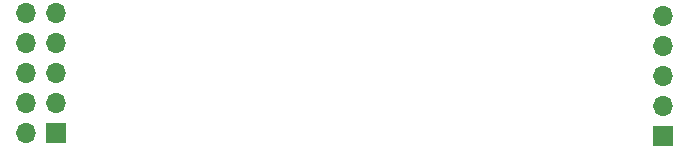
<source format=gbr>
%TF.GenerationSoftware,KiCad,Pcbnew,(7.0.0)*%
%TF.CreationDate,2023-08-02T20:08:49-07:00*%
%TF.ProjectId,SWD_to_v4WF_Cable,5357445f-746f-45f7-9634-57465f436162,rev?*%
%TF.SameCoordinates,Original*%
%TF.FileFunction,Soldermask,Bot*%
%TF.FilePolarity,Negative*%
%FSLAX46Y46*%
G04 Gerber Fmt 4.6, Leading zero omitted, Abs format (unit mm)*
G04 Created by KiCad (PCBNEW (7.0.0)) date 2023-08-02 20:08:49*
%MOMM*%
%LPD*%
G01*
G04 APERTURE LIST*
%ADD10R,1.700000X1.700000*%
%ADD11O,1.700000X1.700000*%
G04 APERTURE END LIST*
D10*
%TO.C,J1*%
X183639999Y-64679999D03*
D11*
X183639999Y-62139999D03*
X183639999Y-59599999D03*
X183639999Y-57059999D03*
X183639999Y-54519999D03*
%TD*%
D10*
%TO.C,J2*%
X132249999Y-64424999D03*
D11*
X129709999Y-64424999D03*
X132249999Y-61884999D03*
X129709999Y-61884999D03*
X132249999Y-59344999D03*
X129709999Y-59344999D03*
X132249999Y-56804999D03*
X129709999Y-56804999D03*
X132249999Y-54264999D03*
X129709999Y-54264999D03*
%TD*%
M02*

</source>
